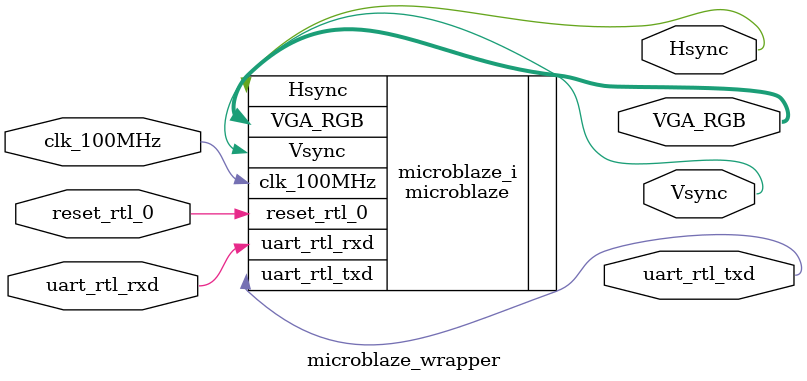
<source format=v>
`timescale 1 ps / 1 ps

module microblaze_wrapper
   (Hsync,
    VGA_RGB,
    Vsync,
    clk_100MHz,
    reset_rtl_0,
    uart_rtl_rxd,
    uart_rtl_txd);
  output Hsync;
  output [11:0]VGA_RGB;
  output Vsync;
  input clk_100MHz;
  input reset_rtl_0;
  input uart_rtl_rxd;
  output uart_rtl_txd;

  wire Hsync;
  wire [11:0]VGA_RGB;
  wire Vsync;
  wire clk_100MHz;
  wire reset_rtl_0;
  wire uart_rtl_rxd;
  wire uart_rtl_txd;

  microblaze microblaze_i
       (.Hsync(Hsync),
        .VGA_RGB(VGA_RGB),
        .Vsync(Vsync),
        .clk_100MHz(clk_100MHz),
        .reset_rtl_0(reset_rtl_0),
        .uart_rtl_rxd(uart_rtl_rxd),
        .uart_rtl_txd(uart_rtl_txd));
endmodule

</source>
